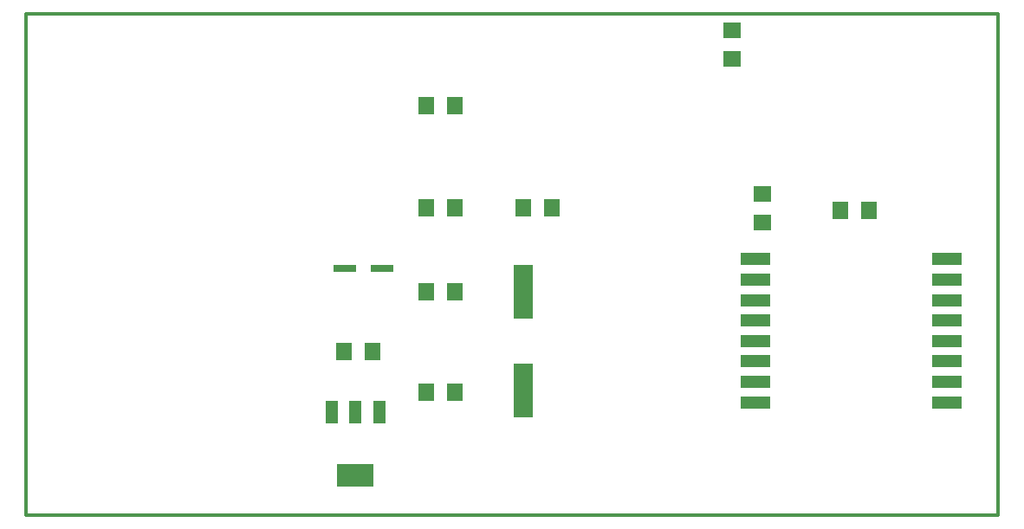
<source format=gtp>
G75*
%MOIN*%
%OFA0B0*%
%FSLAX24Y24*%
%IPPOS*%
%LPD*%
%AMOC8*
5,1,8,0,0,1.08239X$1,22.5*
%
%ADD10C,0.0120*%
%ADD11R,0.1181X0.0472*%
%ADD12R,0.0480X0.0880*%
%ADD13R,0.1417X0.0866*%
%ADD14R,0.0630X0.0709*%
%ADD15R,0.0760X0.2100*%
%ADD16R,0.0866X0.0256*%
%ADD17R,0.0709X0.0630*%
D10*
X000160Y000160D02*
X037562Y000160D01*
X037562Y019451D01*
X000160Y019451D01*
X000160Y000160D01*
D11*
X028230Y004490D03*
X028230Y005277D03*
X028230Y006065D03*
X028230Y006852D03*
X028230Y007639D03*
X028230Y008427D03*
X028230Y009214D03*
X028230Y010002D03*
X035592Y010002D03*
X035592Y009214D03*
X035592Y008427D03*
X035592Y007639D03*
X035592Y006852D03*
X035592Y006065D03*
X035592Y005277D03*
X035592Y004490D03*
D12*
X013747Y004128D03*
X012837Y004128D03*
X011927Y004128D03*
D13*
X012837Y001688D03*
D14*
X015557Y004871D03*
X016660Y004871D03*
X013497Y006440D03*
X012395Y006440D03*
X015550Y008737D03*
X016652Y008737D03*
X016663Y011979D03*
X015560Y011979D03*
X019294Y011971D03*
X020396Y011971D03*
X016654Y015898D03*
X015552Y015898D03*
X031499Y011897D03*
X032601Y011897D03*
D15*
X019295Y008742D03*
X019295Y004942D03*
D16*
X013870Y009656D03*
X012413Y009656D03*
D17*
X027325Y017719D03*
X027325Y018821D03*
X028506Y012522D03*
X028506Y011420D03*
M02*

</source>
